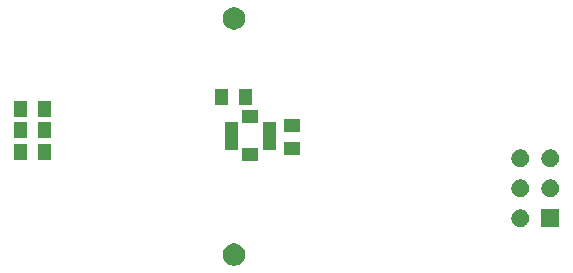
<source format=gbr>
G04 #@! TF.GenerationSoftware,KiCad,Pcbnew,5.1.4-e60b266~84~ubuntu18.04.1*
G04 #@! TF.CreationDate,2019-12-09T21:46:42-05:00*
G04 #@! TF.ProjectId,Accelerometer_Module,41636365-6c65-4726-9f6d-657465725f4d,rev?*
G04 #@! TF.SameCoordinates,Original*
G04 #@! TF.FileFunction,Soldermask,Bot*
G04 #@! TF.FilePolarity,Negative*
%FSLAX46Y46*%
G04 Gerber Fmt 4.6, Leading zero omitted, Abs format (unit mm)*
G04 Created by KiCad (PCBNEW 5.1.4-e60b266~84~ubuntu18.04.1) date 2019-12-09 21:46:42*
%MOMM*%
%LPD*%
G04 APERTURE LIST*
%ADD10C,0.100000*%
G04 APERTURE END LIST*
D10*
G36*
X71550395Y-127006546D02*
G01*
X71723466Y-127078234D01*
X71723467Y-127078235D01*
X71879227Y-127182310D01*
X72011690Y-127314773D01*
X72011691Y-127314775D01*
X72115766Y-127470534D01*
X72187454Y-127643605D01*
X72224000Y-127827333D01*
X72224000Y-128014667D01*
X72187454Y-128198395D01*
X72115766Y-128371466D01*
X72115765Y-128371467D01*
X72011690Y-128527227D01*
X71879227Y-128659690D01*
X71800818Y-128712081D01*
X71723466Y-128763766D01*
X71550395Y-128835454D01*
X71366667Y-128872000D01*
X71179333Y-128872000D01*
X70995605Y-128835454D01*
X70822534Y-128763766D01*
X70745182Y-128712081D01*
X70666773Y-128659690D01*
X70534310Y-128527227D01*
X70430235Y-128371467D01*
X70430234Y-128371466D01*
X70358546Y-128198395D01*
X70322000Y-128014667D01*
X70322000Y-127827333D01*
X70358546Y-127643605D01*
X70430234Y-127470534D01*
X70534309Y-127314775D01*
X70534310Y-127314773D01*
X70666773Y-127182310D01*
X70822533Y-127078235D01*
X70822534Y-127078234D01*
X70995605Y-127006546D01*
X71179333Y-126970000D01*
X71366667Y-126970000D01*
X71550395Y-127006546D01*
X71550395Y-127006546D01*
G37*
G36*
X98795000Y-125592000D02*
G01*
X97293000Y-125592000D01*
X97293000Y-124090000D01*
X98795000Y-124090000D01*
X98795000Y-125592000D01*
X98795000Y-125592000D01*
G37*
G36*
X95723059Y-124118860D02*
G01*
X95859732Y-124175472D01*
X95982735Y-124257660D01*
X96087340Y-124362265D01*
X96169528Y-124485268D01*
X96226140Y-124621941D01*
X96255000Y-124767033D01*
X96255000Y-124914967D01*
X96226140Y-125060059D01*
X96169528Y-125196732D01*
X96087340Y-125319735D01*
X95982735Y-125424340D01*
X95859732Y-125506528D01*
X95859731Y-125506529D01*
X95859730Y-125506529D01*
X95723059Y-125563140D01*
X95577968Y-125592000D01*
X95430032Y-125592000D01*
X95284941Y-125563140D01*
X95148270Y-125506529D01*
X95148269Y-125506529D01*
X95148268Y-125506528D01*
X95025265Y-125424340D01*
X94920660Y-125319735D01*
X94838472Y-125196732D01*
X94781860Y-125060059D01*
X94753000Y-124914967D01*
X94753000Y-124767033D01*
X94781860Y-124621941D01*
X94838472Y-124485268D01*
X94920660Y-124362265D01*
X95025265Y-124257660D01*
X95148268Y-124175472D01*
X95284941Y-124118860D01*
X95430032Y-124090000D01*
X95577968Y-124090000D01*
X95723059Y-124118860D01*
X95723059Y-124118860D01*
G37*
G36*
X98263059Y-121578860D02*
G01*
X98399732Y-121635472D01*
X98522735Y-121717660D01*
X98627340Y-121822265D01*
X98709528Y-121945268D01*
X98766140Y-122081941D01*
X98795000Y-122227033D01*
X98795000Y-122374967D01*
X98766140Y-122520059D01*
X98709528Y-122656732D01*
X98627340Y-122779735D01*
X98522735Y-122884340D01*
X98399732Y-122966528D01*
X98399731Y-122966529D01*
X98399730Y-122966529D01*
X98263059Y-123023140D01*
X98117968Y-123052000D01*
X97970032Y-123052000D01*
X97824941Y-123023140D01*
X97688270Y-122966529D01*
X97688269Y-122966529D01*
X97688268Y-122966528D01*
X97565265Y-122884340D01*
X97460660Y-122779735D01*
X97378472Y-122656732D01*
X97321860Y-122520059D01*
X97293000Y-122374967D01*
X97293000Y-122227033D01*
X97321860Y-122081941D01*
X97378472Y-121945268D01*
X97460660Y-121822265D01*
X97565265Y-121717660D01*
X97688268Y-121635472D01*
X97824941Y-121578860D01*
X97970032Y-121550000D01*
X98117968Y-121550000D01*
X98263059Y-121578860D01*
X98263059Y-121578860D01*
G37*
G36*
X95723059Y-121578860D02*
G01*
X95859732Y-121635472D01*
X95982735Y-121717660D01*
X96087340Y-121822265D01*
X96169528Y-121945268D01*
X96226140Y-122081941D01*
X96255000Y-122227033D01*
X96255000Y-122374967D01*
X96226140Y-122520059D01*
X96169528Y-122656732D01*
X96087340Y-122779735D01*
X95982735Y-122884340D01*
X95859732Y-122966528D01*
X95859731Y-122966529D01*
X95859730Y-122966529D01*
X95723059Y-123023140D01*
X95577968Y-123052000D01*
X95430032Y-123052000D01*
X95284941Y-123023140D01*
X95148270Y-122966529D01*
X95148269Y-122966529D01*
X95148268Y-122966528D01*
X95025265Y-122884340D01*
X94920660Y-122779735D01*
X94838472Y-122656732D01*
X94781860Y-122520059D01*
X94753000Y-122374967D01*
X94753000Y-122227033D01*
X94781860Y-122081941D01*
X94838472Y-121945268D01*
X94920660Y-121822265D01*
X95025265Y-121717660D01*
X95148268Y-121635472D01*
X95284941Y-121578860D01*
X95430032Y-121550000D01*
X95577968Y-121550000D01*
X95723059Y-121578860D01*
X95723059Y-121578860D01*
G37*
G36*
X95698631Y-119034001D02*
G01*
X95723059Y-119038860D01*
X95859732Y-119095472D01*
X95982735Y-119177660D01*
X96087340Y-119282265D01*
X96169528Y-119405268D01*
X96226140Y-119541941D01*
X96255000Y-119687033D01*
X96255000Y-119834967D01*
X96226140Y-119980059D01*
X96169528Y-120116732D01*
X96087340Y-120239735D01*
X95982735Y-120344340D01*
X95859732Y-120426528D01*
X95859731Y-120426529D01*
X95859730Y-120426529D01*
X95723059Y-120483140D01*
X95577968Y-120512000D01*
X95430032Y-120512000D01*
X95284941Y-120483140D01*
X95148270Y-120426529D01*
X95148269Y-120426529D01*
X95148268Y-120426528D01*
X95025265Y-120344340D01*
X94920660Y-120239735D01*
X94838472Y-120116732D01*
X94781860Y-119980059D01*
X94753000Y-119834967D01*
X94753000Y-119687033D01*
X94781860Y-119541941D01*
X94838472Y-119405268D01*
X94920660Y-119282265D01*
X95025265Y-119177660D01*
X95148268Y-119095472D01*
X95284941Y-119038860D01*
X95309369Y-119034001D01*
X95430032Y-119010000D01*
X95577968Y-119010000D01*
X95698631Y-119034001D01*
X95698631Y-119034001D01*
G37*
G36*
X98238631Y-119034001D02*
G01*
X98263059Y-119038860D01*
X98399732Y-119095472D01*
X98522735Y-119177660D01*
X98627340Y-119282265D01*
X98709528Y-119405268D01*
X98766140Y-119541941D01*
X98795000Y-119687033D01*
X98795000Y-119834967D01*
X98766140Y-119980059D01*
X98709528Y-120116732D01*
X98627340Y-120239735D01*
X98522735Y-120344340D01*
X98399732Y-120426528D01*
X98399731Y-120426529D01*
X98399730Y-120426529D01*
X98263059Y-120483140D01*
X98117968Y-120512000D01*
X97970032Y-120512000D01*
X97824941Y-120483140D01*
X97688270Y-120426529D01*
X97688269Y-120426529D01*
X97688268Y-120426528D01*
X97565265Y-120344340D01*
X97460660Y-120239735D01*
X97378472Y-120116732D01*
X97321860Y-119980059D01*
X97293000Y-119834967D01*
X97293000Y-119687033D01*
X97321860Y-119541941D01*
X97378472Y-119405268D01*
X97460660Y-119282265D01*
X97565265Y-119177660D01*
X97688268Y-119095472D01*
X97824941Y-119038860D01*
X97849369Y-119034001D01*
X97970032Y-119010000D01*
X98117968Y-119010000D01*
X98238631Y-119034001D01*
X98238631Y-119034001D01*
G37*
G36*
X73321999Y-120015200D02*
G01*
X71966001Y-120015200D01*
X71966001Y-118897200D01*
X73321999Y-118897200D01*
X73321999Y-120015200D01*
X73321999Y-120015200D01*
G37*
G36*
X53764000Y-119929000D02*
G01*
X52662000Y-119929000D01*
X52662000Y-118577000D01*
X53764000Y-118577000D01*
X53764000Y-119929000D01*
X53764000Y-119929000D01*
G37*
G36*
X55764000Y-119929000D02*
G01*
X54662000Y-119929000D01*
X54662000Y-118577000D01*
X55764000Y-118577000D01*
X55764000Y-119929000D01*
X55764000Y-119929000D01*
G37*
G36*
X76876000Y-119518000D02*
G01*
X75524000Y-119518000D01*
X75524000Y-118416000D01*
X76876000Y-118416000D01*
X76876000Y-119518000D01*
X76876000Y-119518000D01*
G37*
G36*
X74803200Y-119034001D02*
G01*
X73685200Y-119034001D01*
X73685200Y-116677999D01*
X74803200Y-116677999D01*
X74803200Y-119034001D01*
X74803200Y-119034001D01*
G37*
G36*
X71602800Y-119034001D02*
G01*
X70484800Y-119034001D01*
X70484800Y-116677999D01*
X71602800Y-116677999D01*
X71602800Y-119034001D01*
X71602800Y-119034001D01*
G37*
G36*
X55764000Y-118024000D02*
G01*
X54662000Y-118024000D01*
X54662000Y-116672000D01*
X55764000Y-116672000D01*
X55764000Y-118024000D01*
X55764000Y-118024000D01*
G37*
G36*
X53764000Y-118024000D02*
G01*
X52662000Y-118024000D01*
X52662000Y-116672000D01*
X53764000Y-116672000D01*
X53764000Y-118024000D01*
X53764000Y-118024000D01*
G37*
G36*
X76876000Y-117518000D02*
G01*
X75524000Y-117518000D01*
X75524000Y-116416000D01*
X76876000Y-116416000D01*
X76876000Y-117518000D01*
X76876000Y-117518000D01*
G37*
G36*
X73321999Y-116814800D02*
G01*
X71966001Y-116814800D01*
X71966001Y-115696800D01*
X73321999Y-115696800D01*
X73321999Y-116814800D01*
X73321999Y-116814800D01*
G37*
G36*
X55764000Y-116246000D02*
G01*
X54662000Y-116246000D01*
X54662000Y-114894000D01*
X55764000Y-114894000D01*
X55764000Y-116246000D01*
X55764000Y-116246000D01*
G37*
G36*
X53764000Y-116246000D02*
G01*
X52662000Y-116246000D01*
X52662000Y-114894000D01*
X53764000Y-114894000D01*
X53764000Y-116246000D01*
X53764000Y-116246000D01*
G37*
G36*
X72782000Y-115230000D02*
G01*
X71680000Y-115230000D01*
X71680000Y-113878000D01*
X72782000Y-113878000D01*
X72782000Y-115230000D01*
X72782000Y-115230000D01*
G37*
G36*
X70782000Y-115230000D02*
G01*
X69680000Y-115230000D01*
X69680000Y-113878000D01*
X70782000Y-113878000D01*
X70782000Y-115230000D01*
X70782000Y-115230000D01*
G37*
G36*
X71550395Y-107006546D02*
G01*
X71723466Y-107078234D01*
X71723467Y-107078235D01*
X71879227Y-107182310D01*
X72011690Y-107314773D01*
X72011691Y-107314775D01*
X72115766Y-107470534D01*
X72187454Y-107643605D01*
X72224000Y-107827333D01*
X72224000Y-108014667D01*
X72187454Y-108198395D01*
X72115766Y-108371466D01*
X72115765Y-108371467D01*
X72011690Y-108527227D01*
X71879227Y-108659690D01*
X71800818Y-108712081D01*
X71723466Y-108763766D01*
X71550395Y-108835454D01*
X71366667Y-108872000D01*
X71179333Y-108872000D01*
X70995605Y-108835454D01*
X70822534Y-108763766D01*
X70745182Y-108712081D01*
X70666773Y-108659690D01*
X70534310Y-108527227D01*
X70430235Y-108371467D01*
X70430234Y-108371466D01*
X70358546Y-108198395D01*
X70322000Y-108014667D01*
X70322000Y-107827333D01*
X70358546Y-107643605D01*
X70430234Y-107470534D01*
X70534309Y-107314775D01*
X70534310Y-107314773D01*
X70666773Y-107182310D01*
X70822533Y-107078235D01*
X70822534Y-107078234D01*
X70995605Y-107006546D01*
X71179333Y-106970000D01*
X71366667Y-106970000D01*
X71550395Y-107006546D01*
X71550395Y-107006546D01*
G37*
M02*

</source>
